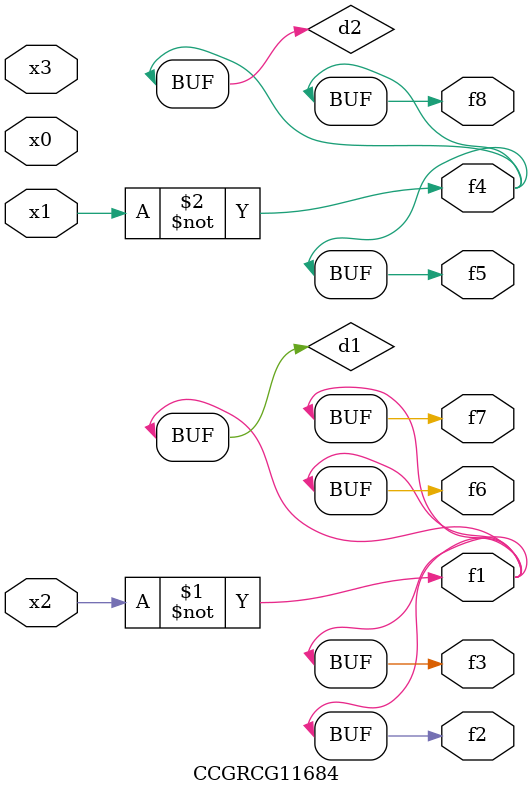
<source format=v>
module CCGRCG11684(
	input x0, x1, x2, x3,
	output f1, f2, f3, f4, f5, f6, f7, f8
);

	wire d1, d2;

	xnor (d1, x2);
	not (d2, x1);
	assign f1 = d1;
	assign f2 = d1;
	assign f3 = d1;
	assign f4 = d2;
	assign f5 = d2;
	assign f6 = d1;
	assign f7 = d1;
	assign f8 = d2;
endmodule

</source>
